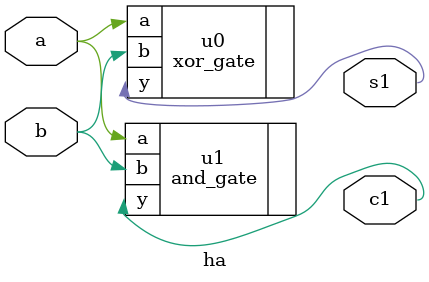
<source format=v>
`include "xor_gate.v"
`include "and_gate.v"
module ha(
  input wire a,
  input wire b,
  output wire s1,
  output wire c1);
  
  xor_gate u0(
    .a(a),
    .b(b),
    .y(s1)
  );
  and_gate u1(
    .a(a),
    .b(b),
    .y(c1)
  );
endmodule

</source>
